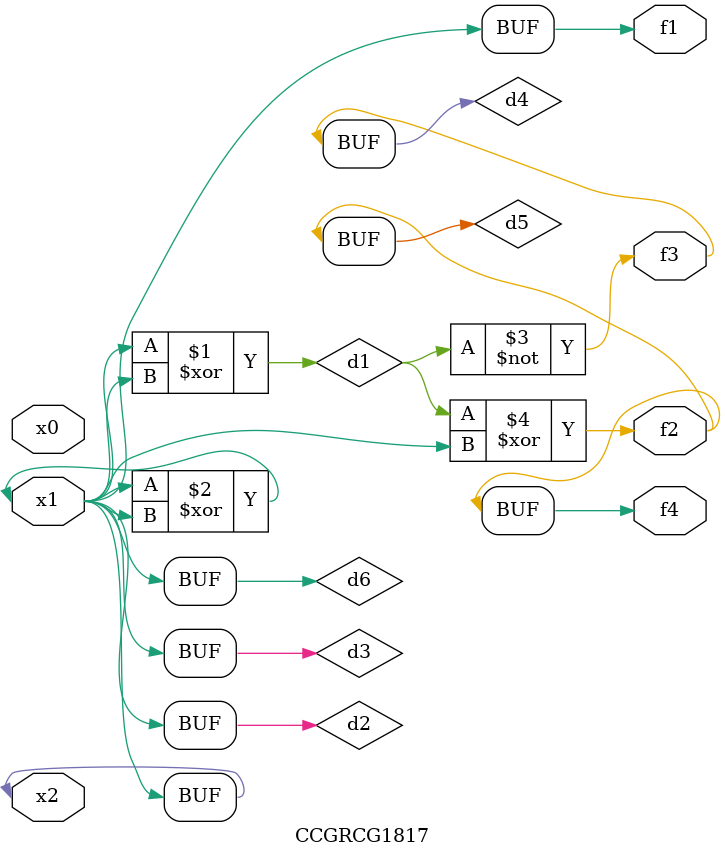
<source format=v>
module CCGRCG1817(
	input x0, x1, x2,
	output f1, f2, f3, f4
);

	wire d1, d2, d3, d4, d5, d6;

	xor (d1, x1, x2);
	buf (d2, x1, x2);
	xor (d3, x1, x2);
	nor (d4, d1);
	xor (d5, d1, d2);
	buf (d6, d2, d3);
	assign f1 = d6;
	assign f2 = d5;
	assign f3 = d4;
	assign f4 = d5;
endmodule

</source>
